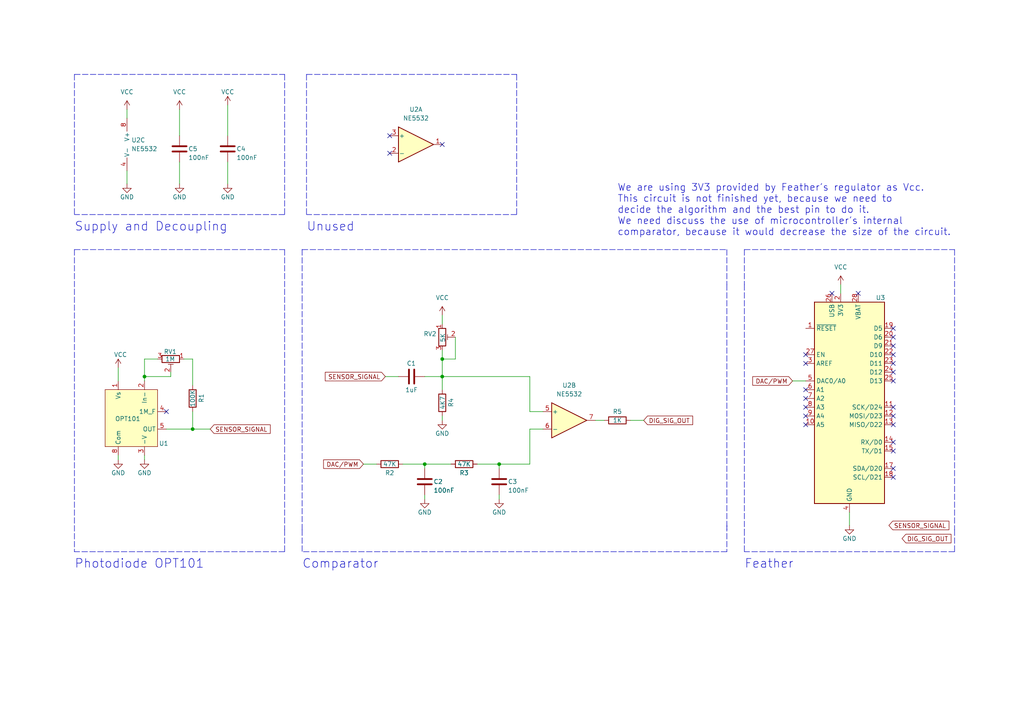
<source format=kicad_sch>
(kicad_sch (version 20211123) (generator eeschema)
  (paper "A4")
  (title_block (title "VLC Receiver USB") (date "2022-03-18") (rev "0.1") (company "LabTel"))
  (lib_symbols
    (symbol "Amplifier_Operational:NE5532" (pin_names (offset 0.127))
      (property "Reference" "U" (at 0 5.08 0))
      (property "Value" "NE5532" (at 0 -5.08 0))
      (symbol "NE5532_1_1"
        (polyline (pts (xy -5.08 5.08) (xy 5.08 0) (xy -5.08 -5.08) (xy -5.08 5.08)) (stroke (width 0.254)) (fill (type background)))
        (pin output line (at 7.62 0 180) (length 2.54) (name "~") (number "1"))
        (pin input line (at -7.62 -2.54 0) (length 2.54) (name "-") (number "2"))
        (pin input line (at -7.62 2.54 0) (length 2.54) (name "+") (number "3"))
      )
      (symbol "NE5532_2_1"
        (polyline (pts (xy -5.08 5.08) (xy 5.08 0) (xy -5.08 -5.08) (xy -5.08 5.08)) (stroke (width 0.254)) (fill (type background)))
        (pin input line (at -7.62 2.54 0) (length 2.54) (name "+") (number "5"))
        (pin input line (at -7.62 -2.54 0) (length 2.54) (name "-") (number "6"))
        (pin output line (at 7.62 0 180) (length 2.54) (name "~") (number "7"))
      )
      (symbol "NE5532_3_1"
        (pin power_in line (at -2.54 -7.62 90) (length 3.81) (name "V-") (number "4"))
        (pin power_in line (at -2.54 7.62 270) (length 3.81) (name "V+") (number "8"))
      )
    )
    (symbol "Device:C" (pin_numbers hide) (pin_names (offset 0.254))
      (property "Reference" "C" (at 0.635 2.54 0))
      (property "Value" "C" (at 0.635 -2.54 0))
      (symbol "C_0_1"
        (polyline (pts (xy -2.032 -0.762) (xy 2.032 -0.762)) (stroke (width 0.508)))
        (polyline (pts (xy -2.032 0.762) (xy 2.032 0.762)) (stroke (width 0.508)))
      )
      (symbol "C_1_1"
        (pin passive line (at 0 3.81 270) (length 2.794) (name "~") (number "1"))
        (pin passive line (at 0 -3.81 90) (length 2.794) (name "~") (number "2"))
      )
    )
    (symbol "Device:R" (pin_numbers hide) (pin_names (offset 0))
      (property "Reference" "R" (at 2.032 0 90))
      (property "Value" "R" (at 0 0 90))
      (symbol "R_0_1"
        (rectangle (start -1.016 -2.54) (end 1.016 2.54) (stroke (width 0.254)))
      )
      (symbol "R_1_1"
        (pin passive line (at 0 3.81 270) (length 1.27) (name "~") (number "1"))
        (pin passive line (at 0 -3.81 90) (length 1.27) (name "~") (number "2"))
      )
    )
    (symbol "Device:R_Potentiometer_Trim" (pin_names (offset 1.016) hide)
      (property "Reference" "RV" (at -4.445 0 90))
      (property "Value" "R_Potentiometer_Trim" (at -2.54 0 90))
      (symbol "R_Potentiometer_Trim_0_1"
        (polyline (pts (xy 1.524 0.762) (xy 1.524 -0.762)))
        (polyline (pts (xy 2.54 0) (xy 1.524 0)))
        (rectangle (start 1.016 2.54) (end -1.016 -2.54) (stroke (width 0.254)))
      )
      (symbol "R_Potentiometer_Trim_1_1"
        (pin passive line (at 0 3.81 270) (length 1.27) (name "1") (number "1"))
        (pin passive line (at 3.81 0 180) (length 1.27) (name "2") (number "2"))
        (pin passive line (at 0 -3.81 90) (length 1.27) (name "3") (number "3"))
      )
    )
    (symbol "MCU_Module:Adafruit_Feather_M0_Adalogger"
      (property "Reference" "A" (at -10.16 29.21 0))
      (property "Value" "Adafruit_Feather_M0_Adalogger" (at 2.54 -31.75 0))
      (symbol "Adafruit_Feather_M0_Adalogger_0_1"
        (rectangle (start -10.16 27.94) (end 10.16 -30.48) (stroke (width 0.254)) (fill (type background)))
      )
      (symbol "Adafruit_Feather_M0_Adalogger_1_1"
        (pin input line (at 12.7 20.32 180) (length 2.54) (name "~{RESET}") (number "1"))
        (pin bidirectional line (at 12.7 -7.62 180) (length 2.54) (name "A5") (number "10"))
        (pin bidirectional line (at -12.7 -2.54 0) (length 2.54) (name "SCK/D24") (number "11"))
        (pin bidirectional line (at -12.7 -5.08 0) (length 2.54) (name "MOSI/D23") (number "12"))
        (pin bidirectional line (at -12.7 -7.62 0) (length 2.54) (name "MISO/D22") (number "13"))
        (pin bidirectional line (at -12.7 -12.7 0) (length 2.54) (name "RX/D0") (number "14"))
        (pin bidirectional line (at -12.7 -15.24 0) (length 2.54) (name "TX/D1") (number "15"))
        (pin passive line (at 0 -33.02 90) (length 2.54) hide (name "GND") (number "16"))
        (pin bidirectional line (at -12.7 -20.32 0) (length 2.54) (name "SDA/D20") (number "17"))
        (pin bidirectional line (at -12.7 -22.86 0) (length 2.54) (name "SCL/D21") (number "18"))
        (pin bidirectional line (at -12.7 20.32 0) (length 2.54) (name "D5") (number "19"))
        (pin power_in line (at 2.54 30.48 270) (length 2.54) (name "3V3") (number "2"))
        (pin bidirectional line (at -12.7 17.78 0) (length 2.54) (name "D6") (number "20"))
        (pin bidirectional line (at -12.7 15.24 0) (length 2.54) (name "D9") (number "21"))
        (pin bidirectional line (at -12.7 12.7 0) (length 2.54) (name "D10") (number "22"))
        (pin bidirectional line (at -12.7 10.16 0) (length 2.54) (name "D11") (number "23"))
        (pin bidirectional line (at -12.7 7.62 0) (length 2.54) (name "D12") (number "24"))
        (pin bidirectional line (at -12.7 5.08 0) (length 2.54) (name "D13") (number "25"))
        (pin power_in line (at 5.08 30.48 270) (length 2.54) (name "USB") (number "26"))
        (pin input line (at 12.7 12.7 180) (length 2.54) (name "EN") (number "27"))
        (pin power_in line (at -2.54 30.48 270) (length 2.54) (name "VBAT") (number "28"))
        (pin input line (at 12.7 10.16 180) (length 2.54) (name "AREF") (number "3"))
        (pin power_in line (at 0 -33.02 90) (length 2.54) (name "GND") (number "4"))
        (pin bidirectional line (at 12.7 5.08 180) (length 2.54) (name "DAC0/A0") (number "5"))
        (pin bidirectional line (at 12.7 2.54 180) (length 2.54) (name "A1") (number "6"))
        (pin bidirectional line (at 12.7 0 180) (length 2.54) (name "A2") (number "7"))
        (pin bidirectional line (at 12.7 -2.54 180) (length 2.54) (name "A3") (number "8"))
        (pin bidirectional line (at 12.7 -5.08 180) (length 2.54) (name "A4") (number "9"))
      )
    )
    (symbol "Photodiode:OPT101"
      (property "Reference" "U" (at 7.62 10.16 0))
      (property "Value" "OPT101" (at 0 0 0))
      (symbol "OPT101_1_1"
        (rectangle (start -7.62 8.89) (end 7.62 -7.62) (fill (type background)))
        (pin power_in line (at -3.81 11.43 270) (length 2.54) (name "Vs") (number "1"))
        (pin input line (at 3.81 11.43 270) (length 2.54) (name "In-") (number "2"))
        (pin power_in line (at 3.81 -10.16 90) (length 2.54) (name "-V") (number "3"))
        (pin input line (at 10.16 2.54 180) (length 2.54) (name "1M_F") (number "4"))
        (pin output line (at 10.16 -2.54 180) (length 2.54) (name "OUT") (number "5"))
        (pin no_connect line (at -10.16 2.54 0) (length 2.54) hide (name "NC") (number "6"))
        (pin no_connect line (at -10.16 -1.27 0) (length 2.54) hide (name "NC") (number "7"))
        (pin input line (at -3.81 -10.16 90) (length 2.54) (name "Com") (number "8"))
      )
    )
    (symbol "power:GND" (power) (pin_names (offset 0))
      (property "Value" "GND" (at 0 -3.81 0))
      (symbol "GND_0_1"
        (polyline (pts (xy 0 0) (xy 0 -1.27) (xy 1.27 -1.27) (xy 0 -2.54) (xy -1.27 -1.27) (xy 0 -1.27)))
      )
      (symbol "GND_1_1"
        (pin power_in line (at 0 0 270) (length 0) hide (name "GND") (number "1"))
      )
    )
    (symbol "power:VCC" (power) (pin_names (offset 0))
      (property "Value" "VCC" (at 0 3.81 0))
      (symbol "VCC_0_1"
        (polyline (pts (xy -0.762 1.27) (xy 0 2.54)))
        (polyline (pts (xy 0 0) (xy 0 2.54)))
        (polyline (pts (xy 0 2.54) (xy 0.762 1.27)))
      )
      (symbol "VCC_1_1"
        (pin power_in line (at 0 0 90) (length 0) hide (name "VCC") (number "1"))
      )
    )
  )
  (junction (at 55.88 124.46))
  (junction (at 128.27 104.14))
  (junction (at 41.91 109.22))
  (junction (at 128.27 109.22))
  (junction (at 144.78 134.62))
  (junction (at 123.19 134.62))
  (no_connect (at 241.3 85.09))
  (no_connect (at 259.08 97.79))
  (no_connect (at 259.08 95.25))
  (no_connect (at 233.68 113.03))
  (no_connect (at 233.68 115.57))
  (no_connect (at 233.68 105.41))
  (no_connect (at 233.68 102.87))
  (no_connect (at 259.08 105.41))
  (no_connect (at 259.08 102.87))
  (no_connect (at 259.08 100.33))
  (no_connect (at 259.08 110.49))
  (no_connect (at 259.08 107.95))
  (no_connect (at 259.08 118.11))
  (no_connect (at 259.08 138.43))
  (no_connect (at 259.08 123.19))
  (no_connect (at 259.08 120.65))
  (no_connect (at 259.08 128.27))
  (no_connect (at 259.08 130.81))
  (no_connect (at 259.08 135.89))
  (no_connect (at 48.26 119.38))
  (no_connect (at 233.68 123.19))
  (no_connect (at 233.68 120.65))
  (no_connect (at 233.68 118.11))
  (no_connect (at 248.92 85.09))
  (no_connect (at 128.27 41.91))
  (no_connect (at 113.03 39.37))
  (no_connect (at 113.03 44.45))
  (polyline (pts (xy 210.82 160.02) (xy 87.63 160.02)))
  (polyline (pts (xy 215.9 82.55) (xy 215.9 153.67)))
  (wire (pts (xy 123.19 134.62) (xy 130.81 134.62)))
  (polyline (pts (xy 88.9 21.59) (xy 149.86 21.59)))
  (wire (pts (xy 55.88 124.46) (xy 55.88 119.38)))
  (polyline (pts (xy 87.63 72.39) (xy 87.63 82.55)))
  (wire (pts (xy 36.83 31.75) (xy 36.83 34.29)))
  (polyline (pts (xy 210.82 72.39) (xy 210.82 82.55)))
  (polyline (pts (xy 87.63 153.67) (xy 87.63 160.02)))
  (wire (pts (xy 52.07 53.34) (xy 52.07 46.99)))
  (wire (pts (xy 41.91 133.35) (xy 41.91 132.08)))
  (wire (pts (xy 153.67 134.62) (xy 144.78 134.62)))
  (wire (pts (xy 48.26 124.46) (xy 55.88 124.46)))
  (polyline (pts (xy 210.82 152.4) (xy 210.82 160.02)))
  (wire (pts (xy 138.43 134.62) (xy 144.78 134.62)))
  (wire (pts (xy 175.26 121.92) (xy 172.72 121.92)))
  (polyline (pts (xy 87.63 72.39) (xy 87.63 72.39)))
  (wire (pts (xy 116.84 134.62) (xy 123.19 134.62)))
  (polyline (pts (xy 215.9 72.39) (xy 215.9 82.55)))
  (wire (pts (xy 153.67 109.22) (xy 153.67 119.38)))
  (polyline (pts (xy 215.9 72.39) (xy 276.86 72.39)))
  (wire (pts (xy 144.78 143.51) (xy 144.78 144.78)))
  (polyline (pts (xy 82.55 72.39) (xy 82.55 153.67)))
  (wire (pts (xy 153.67 124.46) (xy 157.48 124.46)))
  (polyline (pts (xy 88.9 21.59) (xy 88.9 62.23)))
  (polyline (pts (xy 21.59 21.59) (xy 21.59 62.23)))
  (wire (pts (xy 128.27 113.03) (xy 128.27 109.22)))
  (wire (pts (xy 41.91 110.49) (xy 41.91 109.22)))
  (wire (pts (xy 111.76 109.22) (xy 115.57 109.22)))
  (wire (pts (xy 153.67 134.62) (xy 153.67 124.46)))
  (wire (pts (xy 53.34 104.14) (xy 55.88 104.14)))
  (wire (pts (xy 132.08 104.14) (xy 128.27 104.14)))
  (wire (pts (xy 34.29 106.68) (xy 34.29 110.49)))
  (wire (pts (xy 49.53 107.95) (xy 49.53 109.22)))
  (wire (pts (xy 66.04 53.34) (xy 66.04 46.99)))
  (wire (pts (xy 123.19 143.51) (xy 123.19 144.78)))
  (wire (pts (xy 52.07 31.75) (xy 52.07 39.37)))
  (wire (pts (xy 41.91 109.22) (xy 49.53 109.22)))
  (wire (pts (xy 153.67 119.38) (xy 157.48 119.38)))
  (wire (pts (xy 186.69 121.92) (xy 182.88 121.92)))
  (wire (pts (xy 132.08 97.79) (xy 132.08 104.14)))
  (polyline (pts (xy 215.9 153.67) (xy 215.9 160.02)))
  (wire (pts (xy 128.27 121.92) (xy 128.27 120.65)))
  (wire (pts (xy 229.87 110.49) (xy 233.68 110.49)))
  (wire (pts (xy 41.91 104.14) (xy 45.72 104.14)))
  (wire (pts (xy 128.27 91.44) (xy 128.27 93.98)))
  (polyline (pts (xy 82.55 160.02) (xy 21.59 160.02)))
  (polyline (pts (xy 82.55 62.23) (xy 21.59 62.23)))
  (polyline (pts (xy 82.55 153.67) (xy 82.55 160.02)))
  (wire (pts (xy 105.41 134.62) (xy 109.22 134.62)))
  (polyline (pts (xy 149.86 62.23) (xy 88.9 62.23)))
  (wire (pts (xy 128.27 104.14) (xy 128.27 109.22)))
  (wire (pts (xy 55.88 104.14) (xy 55.88 111.76)))
  (wire (pts (xy 34.29 133.35) (xy 34.29 132.08)))
  (polyline (pts (xy 87.63 72.39) (xy 210.82 72.39)))
  (polyline (pts (xy 210.82 82.55) (xy 210.82 153.67)))
  (polyline (pts (xy 276.86 160.02) (xy 215.9 160.02)))
  (wire (pts (xy 66.04 30.48) (xy 66.04 39.37)))
  (polyline (pts (xy 276.86 153.67) (xy 276.86 160.02)))
  (wire (pts (xy 41.91 104.14) (xy 41.91 109.22)))
  (wire (pts (xy 128.27 109.22) (xy 153.67 109.22)))
  (polyline (pts (xy 276.86 72.39) (xy 276.86 153.67)))
  (polyline (pts (xy 21.59 72.39) (xy 82.55 72.39)))
  (wire (pts (xy 55.88 124.46) (xy 60.96 124.46)))
  (wire (pts (xy 123.19 109.22) (xy 128.27 109.22)))
  (wire (pts (xy 246.38 152.4) (xy 246.38 148.59)))
  (wire (pts (xy 123.19 135.89) (xy 123.19 134.62)))
  (wire (pts (xy 36.83 53.34) (xy 36.83 49.53)))
  (wire (pts (xy 128.27 101.6) (xy 128.27 104.14)))
  (polyline (pts (xy 82.55 21.59) (xy 82.55 62.23)))
  (polyline (pts (xy 149.86 21.59) (xy 149.86 62.23)))
  (polyline (pts (xy 87.63 153.67) (xy 87.63 82.55)))
  (polyline (pts (xy 21.59 21.59) (xy 82.55 21.59)))
  (wire (pts (xy 144.78 135.89) (xy 144.78 134.62)))
  (wire (pts (xy 243.84 82.55) (xy 243.84 85.09)))
  (polyline (pts (xy 21.59 72.39) (xy 21.59 160.02)))
  (text "Feather" (at 215.9 165.1 0) (effects (font (size 2.54 2.54)) (justify left bottom)))
  (text "Comparator" (at 87.63 165.1 0) (effects (font (size 2.54 2.54)) (justify left bottom)))
  (text "Unused" (at 88.9 67.31 0) (effects (font (size 2.54 2.54)) (justify left bottom)))
  (text "We are using 3V3 provided by Feather's regulator as Vcc.\nThis circuit is not finished yet, because we need to\ndecide the algorithm and the best pin to do it.\nWe need discuss the use of microcontroller's internal\ncomparator, because it would decrease the size of the circuit." (at 179.07 68.58 0) (effects (font (size 2 2)) (justify left bottom)))
  (text "Supply and Decoupling" (at 21.59 67.31 0) (effects (font (size 2.54 2.54)) (justify left bottom)))
  (text "Photodiode OPT101" (at 21.59 165.1 0) (effects (font (size 2.54 2.54)) (justify left bottom)))
  (global_label "SENSOR_SIGNAL" (shape input) (at 111.76 109.22 180) (property "Referências entre as folhas" "${INTERSHEET_REFS}" (effects hide)))
  (global_label "DAC{slash}PWM" (shape input) (at 229.87 110.49 180) (property "Referências entre as folhas" "${INTERSHEET_REFS}" (effects hide)))
  (global_label "DIG_SIG_OUT" (shape input) (at 261.62 156.21 0) (property "Referências entre as folhas" "${INTERSHEET_REFS}" (effects hide)))
  (global_label "SENSOR_SIGNAL" (shape input) (at 257.81 152.4 0) (property "Referências entre as folhas" "${INTERSHEET_REFS}" (effects hide)))
  (global_label "DIG_SIG_OUT" (shape input) (at 186.69 121.92 0) (property "Referências entre as folhas" "${INTERSHEET_REFS}" (effects hide)))
  (global_label "DAC{slash}PWM" (shape input) (at 105.41 134.62 180) (property "Referências entre as folhas" "${INTERSHEET_REFS}" (effects hide)))
  (global_label "SENSOR_SIGNAL" (shape input) (at 60.96 124.46 0) (property "Referências entre as folhas" "${INTERSHEET_REFS}" (effects hide)))
  (symbol (lib_id "power:VCC") (at 36.83 31.75 0) (unit 1)
    (property "Reference" "#PWR?" (effects hide))
    (property "Value" "VCC" (at 36.83 26.67 0))
  )
  (symbol (lib_id "power:GND") (at 144.78 144.78 0) (unit 1)
    (property "Reference" "#PWR?" (effects hide))
    (property "Value" "GND" (at 144.78 148.59 0))
  )
  (symbol (lib_id "Device:C") (at 52.07 43.18 0) (unit 1)
    (property "Reference" "C5" (at 54.61 43.18 0) (effects (justify left)))
    (property "Value" "100nF" (at 54.61 45.72 0) (effects (justify left)))
  )
  (symbol (lib_id "power:GND") (at 34.29 133.35 0) (unit 1)
    (property "Reference" "#PWR?" (effects hide))
    (property "Value" "GND" (at 34.29 137.16 0))
  )
  (symbol (lib_id "power:GND") (at 123.19 144.78 0) (unit 1)
    (property "Reference" "#PWR?" (effects hide))
    (property "Value" "GND" (at 123.19 148.59 0))
  )
  (symbol (lib_id "Device:R") (at 55.88 115.57 180) (unit 1)
    (property "Reference" "R1" (at 58.42 116.84 90) (effects (justify right)))
    (property "Value" "100K" (at 55.88 118.11 90) (effects (justify right)))
  )
  (symbol (lib_id "power:GND") (at 41.91 133.35 0) (unit 1)
    (property "Reference" "#PWR?" (effects hide))
    (property "Value" "GND" (at 41.91 137.16 0))
  )
  (symbol (lib_id "Device:C") (at 66.04 43.18 0) (unit 1)
    (property "Reference" "C4" (at 68.58 43.18 0) (effects (justify left)))
    (property "Value" "100nF" (at 68.58 45.72 0) (effects (justify left)))
  )
  (symbol (lib_id "Device:R") (at 179.07 121.92 90) (unit 1)
    (property "Reference" "R5" (at 179.07 119.38 90))
    (property "Value" "1K" (at 179.07 121.92 90))
  )
  (symbol (lib_id "power:GND") (at 66.04 53.34 0) (mirror y) (unit 1)
    (property "Reference" "#PWR?" (effects hide))
    (property "Value" "GND" (at 66.04 57.15 0))
  )
  (symbol (lib_id "Device:R") (at 128.27 116.84 0) (unit 1)
    (property "Reference" "R4" (at 130.81 118.11 90) (effects (justify left)))
    (property "Value" "4K7" (at 128.3808 118.7815 90) (effects (justify left)))
  )
  (symbol (lib_id "Amplifier_Operational:NE5532") (at 165.1 121.92 0) (unit 2)
    (property "Reference" "U2" (at 165.1 111.76 0))
    (property "Value" "NE5532" (at 165.1 114.3 0))
    (property "Datasheet" "http://www.ti.com/lit/ds/symlink/ne5532.pdf" (effects hide))
  )
  (symbol (lib_id "power:GND") (at 52.07 53.34 0) (unit 1)
    (property "Reference" "#PWR?" (effects hide))
    (property "Value" "GND" (at 52.07 57.15 0))
  )
  (symbol (lib_id "Amplifier_Operational:NE5532") (at 120.65 41.91 0) (unit 1)
    (property "Reference" "U2" (at 120.65 31.75 0))
    (property "Value" "NE5532" (at 120.65 34.29 0))
    (property "Datasheet" "http://www.ti.com/lit/ds/symlink/ne5532.pdf" (effects hide))
  )
  (symbol (lib_id "power:VCC") (at 52.07 31.75 0) (unit 1)
    (property "Reference" "#PWR?" (effects hide))
    (property "Value" "VCC" (at 52.07 26.67 0))
  )
  (symbol (lib_id "Device:R") (at 113.03 134.62 90) (unit 1)
    (property "Reference" "R2" (at 113.03 137.16 90))
    (property "Value" "47K" (at 113.03 134.62 90))
  )
  (symbol (lib_id "power:VCC") (at 34.29 106.68 0) (unit 1)
    (property "Reference" "#PWR?" (effects hide))
    (property "Value" "VCC" (at 33.02 102.87 0) (effects (justify left)))
  )
  (symbol (lib_id "power:GND") (at 36.83 53.34 0) (unit 1)
    (property "Reference" "#PWR?" (effects hide))
    (property "Value" "GND" (at 36.83 57.15 0))
  )
  (symbol (lib_id "Amplifier_Operational:NE5532") (at 39.37 41.91 0) (unit 3)
    (property "Reference" "U2" (at 38.1 40.6399 0) (effects (justify left)))
    (property "Value" "NE5532" (at 38.1 43.1799 0) (effects (justify left)))
    (property "Datasheet" "http://www.ti.com/lit/ds/symlink/ne5532.pdf" (effects hide))
  )
  (symbol (lib_id "MCU_Module:Adafruit_Feather_M0_Adalogger") (at 246.38 115.57 0) (mirror y) (unit 1)
    (property "Reference" "U3" (at 254 86.36 0) (effects (justify right)))
    (property "Value" "Adafruit_Feather_M0_Adalogger" (effects hide))
    (property "Footprint" "Module:Adafruit_Feather" (effects hide))
    (property "Datasheet" "https://cdn-learn.adafruit.com/downloads/pdf/adafruit-feather-m0-adalogger.pdf" (effects hide))
  )
  (symbol (lib_id "Device:C") (at 119.38 109.22 90) (unit 1)
    (property "Reference" "C1" (at 120.65 105.41 90) (effects (justify left)))
    (property "Value" "1uF" (at 121.185 113.0927 90) (effects (justify left)))
  )
  (symbol (lib_id "Device:R_Potentiometer_Trim") (at 128.27 97.79 0) (unit 1)
    (property "Reference" "RV2" (at 126.6216 96.8432 0) (effects (justify right)))
    (property "Value" "5K" (at 128.4482 96.6049 90) (effects (justify right)))
  )
  (symbol (lib_id "power:VCC") (at 128.27 91.44 0) (unit 1)
    (property "Reference" "#PWR?" (effects hide))
    (property "Value" "VCC" (at 128.27 86.36 0))
  )
  (symbol (lib_id "power:VCC") (at 66.04 30.48 0) (mirror y) (unit 1)
    (property "Reference" "#PWR?" (effects hide))
    (property "Value" "VCC" (at 66.04 26.67 0))
  )
  (symbol (lib_id "power:GND") (at 246.38 152.4 0) (unit 1)
    (property "Reference" "#PWR?" (effects hide))
    (property "Value" "GND" (at 246.38 156.21 0))
  )
  (symbol (lib_id "power:GND") (at 128.27 121.92 0) (unit 1)
    (property "Reference" "#PWR?" (effects hide))
    (property "Value" "GND" (at 128.27 125.73 0))
  )
  (symbol (lib_id "Device:C") (at 123.19 139.7 0) (unit 1)
    (property "Reference" "C2" (at 125.73 139.7 0) (effects (justify left)))
    (property "Value" "100nF" (at 125.73 142.24 0) (effects (justify left)))
  )
  (symbol (lib_id "Photodiode:OPT101") (at 38.1 121.92 0) (unit 1)
    (property "Reference" "U1" (at 48.8689 128.6179 0) (effects (justify right)))
    (property "Value" "OPT101" (at 40.7683 121.4703 0) (effects (justify right)))
    (property "Footprint" "Package_DIP:DIP-8_W7.62mm_LongPads" (effects hide))
    (property "Datasheet" "https://www.ti.com/lit/ds/symlink/opt101.pdf" (effects hide))
  )
  (symbol (lib_id "power:VCC") (at 243.84 82.55 0) (unit 1)
    (property "Reference" "#PWR?" (effects hide))
    (property "Value" "VCC" (at 243.84 77.47 0))
  )
  (symbol (lib_id "Device:R_Potentiometer_Trim") (at 49.53 104.14 270) (unit 1)
    (property "Reference" "RV1" (at 51.2848 102.006 90) (effects (justify right)))
    (property "Value" "1M" (at 50.8 104.14 90) (effects (justify right)))
  )
  (symbol (lib_id "Device:C") (at 144.78 139.7 0) (unit 1)
    (property "Reference" "C3" (at 147.32 139.7 0) (effects (justify left)))
    (property "Value" "100nF" (at 147.32 142.24 0) (effects (justify left)))
  )
  (symbol (lib_id "Device:R") (at 134.62 134.62 90) (unit 1)
    (property "Reference" "R3" (at 134.62 137.16 90))
    (property "Value" "47K" (at 134.62 134.62 90))
  )
)
</source>
